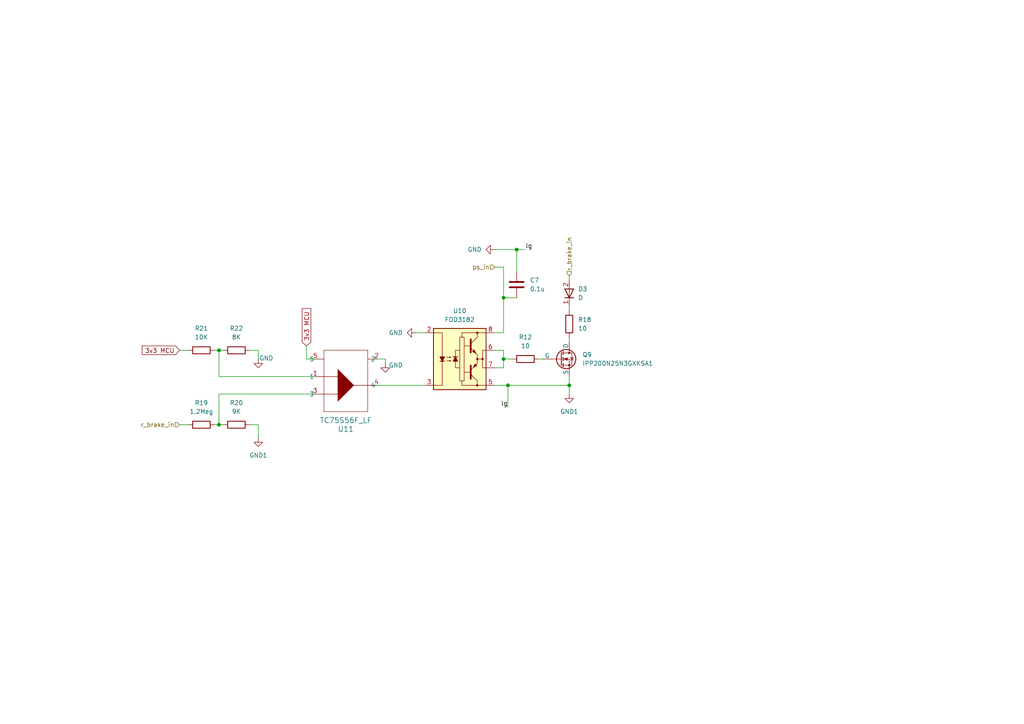
<source format=kicad_sch>
(kicad_sch
	(version 20250114)
	(generator "eeschema")
	(generator_version "9.0")
	(uuid "574d7a51-fad9-4994-b0a1-c1813ee80873")
	(paper "A4")
	(lib_symbols
		(symbol "Device:C"
			(pin_numbers
				(hide yes)
			)
			(pin_names
				(offset 0.254)
			)
			(exclude_from_sim no)
			(in_bom yes)
			(on_board yes)
			(property "Reference" "C"
				(at 0.635 2.54 0)
				(effects
					(font
						(size 1.27 1.27)
					)
					(justify left)
				)
			)
			(property "Value" "C"
				(at 0.635 -2.54 0)
				(effects
					(font
						(size 1.27 1.27)
					)
					(justify left)
				)
			)
			(property "Footprint" ""
				(at 0.9652 -3.81 0)
				(effects
					(font
						(size 1.27 1.27)
					)
					(hide yes)
				)
			)
			(property "Datasheet" "~"
				(at 0 0 0)
				(effects
					(font
						(size 1.27 1.27)
					)
					(hide yes)
				)
			)
			(property "Description" "Unpolarized capacitor"
				(at 0 0 0)
				(effects
					(font
						(size 1.27 1.27)
					)
					(hide yes)
				)
			)
			(property "ki_keywords" "cap capacitor"
				(at 0 0 0)
				(effects
					(font
						(size 1.27 1.27)
					)
					(hide yes)
				)
			)
			(property "ki_fp_filters" "C_*"
				(at 0 0 0)
				(effects
					(font
						(size 1.27 1.27)
					)
					(hide yes)
				)
			)
			(symbol "C_0_1"
				(polyline
					(pts
						(xy -2.032 0.762) (xy 2.032 0.762)
					)
					(stroke
						(width 0.508)
						(type default)
					)
					(fill
						(type none)
					)
				)
				(polyline
					(pts
						(xy -2.032 -0.762) (xy 2.032 -0.762)
					)
					(stroke
						(width 0.508)
						(type default)
					)
					(fill
						(type none)
					)
				)
			)
			(symbol "C_1_1"
				(pin passive line
					(at 0 3.81 270)
					(length 2.794)
					(name "~"
						(effects
							(font
								(size 1.27 1.27)
							)
						)
					)
					(number "1"
						(effects
							(font
								(size 1.27 1.27)
							)
						)
					)
				)
				(pin passive line
					(at 0 -3.81 90)
					(length 2.794)
					(name "~"
						(effects
							(font
								(size 1.27 1.27)
							)
						)
					)
					(number "2"
						(effects
							(font
								(size 1.27 1.27)
							)
						)
					)
				)
			)
			(embedded_fonts no)
		)
		(symbol "Device:R"
			(pin_numbers
				(hide yes)
			)
			(pin_names
				(offset 0)
			)
			(exclude_from_sim no)
			(in_bom yes)
			(on_board yes)
			(property "Reference" "R"
				(at 2.032 0 90)
				(effects
					(font
						(size 1.27 1.27)
					)
				)
			)
			(property "Value" "R"
				(at 0 0 90)
				(effects
					(font
						(size 1.27 1.27)
					)
				)
			)
			(property "Footprint" ""
				(at -1.778 0 90)
				(effects
					(font
						(size 1.27 1.27)
					)
					(hide yes)
				)
			)
			(property "Datasheet" "~"
				(at 0 0 0)
				(effects
					(font
						(size 1.27 1.27)
					)
					(hide yes)
				)
			)
			(property "Description" "Resistor"
				(at 0 0 0)
				(effects
					(font
						(size 1.27 1.27)
					)
					(hide yes)
				)
			)
			(property "ki_keywords" "R res resistor"
				(at 0 0 0)
				(effects
					(font
						(size 1.27 1.27)
					)
					(hide yes)
				)
			)
			(property "ki_fp_filters" "R_*"
				(at 0 0 0)
				(effects
					(font
						(size 1.27 1.27)
					)
					(hide yes)
				)
			)
			(symbol "R_0_1"
				(rectangle
					(start -1.016 -2.54)
					(end 1.016 2.54)
					(stroke
						(width 0.254)
						(type default)
					)
					(fill
						(type none)
					)
				)
			)
			(symbol "R_1_1"
				(pin passive line
					(at 0 3.81 270)
					(length 1.27)
					(name "~"
						(effects
							(font
								(size 1.27 1.27)
							)
						)
					)
					(number "1"
						(effects
							(font
								(size 1.27 1.27)
							)
						)
					)
				)
				(pin passive line
					(at 0 -3.81 90)
					(length 1.27)
					(name "~"
						(effects
							(font
								(size 1.27 1.27)
							)
						)
					)
					(number "2"
						(effects
							(font
								(size 1.27 1.27)
							)
						)
					)
				)
			)
			(embedded_fonts no)
		)
		(symbol "Driver_FET:TLP250"
			(pin_names
				(hide yes)
			)
			(exclude_from_sim no)
			(in_bom yes)
			(on_board yes)
			(property "Reference" "U"
				(at 0 12.7 0)
				(effects
					(font
						(size 1.27 1.27)
					)
				)
			)
			(property "Value" "TLP250"
				(at 0 10.16 0)
				(effects
					(font
						(size 1.27 1.27)
					)
				)
			)
			(property "Footprint" "Package_DIP:DIP-8_W7.62mm"
				(at 0 -10.16 0)
				(effects
					(font
						(size 1.27 1.27)
						(italic yes)
					)
					(hide yes)
				)
			)
			(property "Datasheet" "http://toshiba.semicon-storage.com/info/docget.jsp?did=16821&prodName=TLP250"
				(at -2.286 0.127 0)
				(effects
					(font
						(size 1.27 1.27)
					)
					(justify left)
					(hide yes)
				)
			)
			(property "Description" "Gate Drive Optocoupler, Output Current 1.5/1.5A, DIP-8"
				(at 0 0 0)
				(effects
					(font
						(size 1.27 1.27)
					)
					(hide yes)
				)
			)
			(property "ki_keywords" "MOSFET Driver IGBT Driver Optocoupler"
				(at 0 0 0)
				(effects
					(font
						(size 1.27 1.27)
					)
					(hide yes)
				)
			)
			(property "ki_fp_filters" "DIP*W7.62mm*"
				(at 0 0 0)
				(effects
					(font
						(size 1.27 1.27)
					)
					(hide yes)
				)
			)
			(symbol "TLP250_0_1"
				(rectangle
					(start -7.62 8.89)
					(end 7.62 -8.89)
					(stroke
						(width 0.254)
						(type default)
					)
					(fill
						(type background)
					)
				)
				(polyline
					(pts
						(xy -7.62 7.62) (xy -5.08 7.62) (xy -5.08 -7.62) (xy -7.62 -7.62)
					)
					(stroke
						(width 0)
						(type default)
					)
					(fill
						(type none)
					)
				)
				(polyline
					(pts
						(xy -5.715 -0.635) (xy -4.445 -0.635)
					)
					(stroke
						(width 0.254)
						(type default)
					)
					(fill
						(type none)
					)
				)
				(polyline
					(pts
						(xy -5.08 -0.635) (xy -5.715 0.635) (xy -4.445 0.635) (xy -5.08 -0.635)
					)
					(stroke
						(width 0.254)
						(type default)
					)
					(fill
						(type outline)
					)
				)
				(polyline
					(pts
						(xy -3.81 0.508) (xy -2.54 0.508) (xy -2.921 0.381) (xy -2.921 0.635) (xy -2.54 0.508)
					)
					(stroke
						(width 0)
						(type default)
					)
					(fill
						(type none)
					)
				)
				(polyline
					(pts
						(xy -3.81 -0.508) (xy -2.54 -0.508) (xy -2.921 -0.635) (xy -2.921 -0.381) (xy -2.54 -0.508)
					)
					(stroke
						(width 0)
						(type default)
					)
					(fill
						(type none)
					)
				)
				(polyline
					(pts
						(xy -1.27 0.635) (xy -1.27 2.54) (xy 0 2.54)
					)
					(stroke
						(width 0)
						(type default)
					)
					(fill
						(type none)
					)
				)
				(polyline
					(pts
						(xy -1.27 0.635) (xy -0.635 -0.635) (xy -1.905 -0.635) (xy -1.27 0.635)
					)
					(stroke
						(width 0.254)
						(type default)
					)
					(fill
						(type outline)
					)
				)
				(polyline
					(pts
						(xy -1.27 -0.635) (xy -1.27 -2.54) (xy 0 -2.54)
					)
					(stroke
						(width 0)
						(type default)
					)
					(fill
						(type none)
					)
				)
				(polyline
					(pts
						(xy -0.635 0.635) (xy -1.905 0.635)
					)
					(stroke
						(width 0.254)
						(type default)
					)
					(fill
						(type none)
					)
				)
				(rectangle
					(start 0.635 6.35)
					(end 0.635 7.62)
					(stroke
						(width 0)
						(type default)
					)
					(fill
						(type none)
					)
				)
				(rectangle
					(start 0.635 6.35)
					(end 0.635 6.35)
					(stroke
						(width 0)
						(type default)
					)
					(fill
						(type none)
					)
				)
				(polyline
					(pts
						(xy 0.635 -6.35) (xy 0.635 -7.62) (xy 7.62 -7.62)
					)
					(stroke
						(width 0)
						(type default)
					)
					(fill
						(type none)
					)
				)
				(polyline
					(pts
						(xy 1.27 6.35) (xy 1.27 -6.35) (xy 0 -6.35) (xy 0 6.35) (xy 1.27 6.35)
					)
					(stroke
						(width 0)
						(type default)
					)
					(fill
						(type none)
					)
				)
				(polyline
					(pts
						(xy 3.048 3.81) (xy 1.27 3.81)
					)
					(stroke
						(width 0)
						(type default)
					)
					(fill
						(type none)
					)
				)
				(polyline
					(pts
						(xy 3.048 -3.81) (xy 1.27 -3.81)
					)
					(stroke
						(width 0)
						(type default)
					)
					(fill
						(type none)
					)
				)
				(polyline
					(pts
						(xy 3.175 5.715) (xy 3.175 1.905) (xy 3.175 1.905)
					)
					(stroke
						(width 0.508)
						(type default)
					)
					(fill
						(type none)
					)
				)
				(polyline
					(pts
						(xy 3.175 4.445) (xy 5.08 6.35)
					)
					(stroke
						(width 0)
						(type default)
					)
					(fill
						(type none)
					)
				)
				(polyline
					(pts
						(xy 3.175 -4.445) (xy 5.08 -6.35)
					)
					(stroke
						(width 0)
						(type default)
					)
					(fill
						(type none)
					)
				)
				(polyline
					(pts
						(xy 3.175 -5.715) (xy 3.175 -1.905) (xy 3.175 -1.905)
					)
					(stroke
						(width 0.508)
						(type default)
					)
					(fill
						(type none)
					)
				)
				(polyline
					(pts
						(xy 3.683 2.159) (xy 4.191 2.667) (xy 4.699 1.651) (xy 3.683 2.159) (xy 3.683 2.159)
					)
					(stroke
						(width 0)
						(type default)
					)
					(fill
						(type outline)
					)
				)
				(polyline
					(pts
						(xy 4.953 -1.905) (xy 4.445 -1.397) (xy 3.937 -2.413) (xy 4.953 -1.905) (xy 4.953 -1.905)
					)
					(stroke
						(width 0)
						(type default)
					)
					(fill
						(type outline)
					)
				)
				(circle
					(center 5.08 7.62)
					(radius 0.254)
					(stroke
						(width 0)
						(type default)
					)
					(fill
						(type outline)
					)
				)
				(polyline
					(pts
						(xy 5.08 6.35) (xy 5.08 7.62)
					)
					(stroke
						(width 0)
						(type default)
					)
					(fill
						(type none)
					)
				)
				(polyline
					(pts
						(xy 5.08 1.27) (xy 3.175 3.175)
					)
					(stroke
						(width 0)
						(type default)
					)
					(fill
						(type outline)
					)
				)
				(rectangle
					(start 5.08 1.27)
					(end 5.08 -1.27)
					(stroke
						(width 0)
						(type default)
					)
					(fill
						(type none)
					)
				)
				(polyline
					(pts
						(xy 5.08 0) (xy 6.604 0)
					)
					(stroke
						(width 0)
						(type default)
					)
					(fill
						(type none)
					)
				)
				(circle
					(center 5.08 0)
					(radius 0.254)
					(stroke
						(width 0)
						(type default)
					)
					(fill
						(type outline)
					)
				)
				(polyline
					(pts
						(xy 5.08 -1.27) (xy 3.175 -3.175)
					)
					(stroke
						(width 0)
						(type default)
					)
					(fill
						(type outline)
					)
				)
				(polyline
					(pts
						(xy 5.08 -6.35) (xy 5.08 -7.62)
					)
					(stroke
						(width 0)
						(type default)
					)
					(fill
						(type none)
					)
				)
				(circle
					(center 5.08 -7.62)
					(radius 0.254)
					(stroke
						(width 0)
						(type default)
					)
					(fill
						(type outline)
					)
				)
				(circle
					(center 6.604 0)
					(radius 0.254)
					(stroke
						(width 0)
						(type default)
					)
					(fill
						(type outline)
					)
				)
				(polyline
					(pts
						(xy 7.62 7.62) (xy 0.635 7.62)
					)
					(stroke
						(width 0)
						(type default)
					)
					(fill
						(type none)
					)
				)
				(polyline
					(pts
						(xy 7.62 2.54) (xy 6.604 2.54) (xy 6.604 -2.54) (xy 7.62 -2.54)
					)
					(stroke
						(width 0)
						(type default)
					)
					(fill
						(type none)
					)
				)
			)
			(symbol "TLP250_1_1"
				(pin passive line
					(at -10.16 7.62 0)
					(length 2.54)
					(name "A"
						(effects
							(font
								(size 1.27 1.27)
							)
						)
					)
					(number "2"
						(effects
							(font
								(size 1.27 1.27)
							)
						)
					)
				)
				(pin passive line
					(at -10.16 -7.62 0)
					(length 2.54)
					(name "C"
						(effects
							(font
								(size 1.27 1.27)
							)
						)
					)
					(number "3"
						(effects
							(font
								(size 1.27 1.27)
							)
						)
					)
				)
				(pin no_connect line
					(at -7.62 2.54 0)
					(length 2.54)
					(hide yes)
					(name "NC"
						(effects
							(font
								(size 1.27 1.27)
							)
						)
					)
					(number "1"
						(effects
							(font
								(size 1.27 1.27)
							)
						)
					)
				)
				(pin no_connect line
					(at -7.62 -2.54 0)
					(length 2.54)
					(hide yes)
					(name "NC"
						(effects
							(font
								(size 1.27 1.27)
							)
						)
					)
					(number "4"
						(effects
							(font
								(size 1.27 1.27)
							)
						)
					)
				)
				(pin power_in line
					(at 10.16 7.62 180)
					(length 2.54)
					(name "VCC"
						(effects
							(font
								(size 1.27 1.27)
							)
						)
					)
					(number "8"
						(effects
							(font
								(size 1.27 1.27)
							)
						)
					)
				)
				(pin output line
					(at 10.16 2.54 180)
					(length 2.54)
					(name "VO"
						(effects
							(font
								(size 1.27 1.27)
							)
						)
					)
					(number "6"
						(effects
							(font
								(size 1.27 1.27)
							)
						)
					)
				)
				(pin output line
					(at 10.16 -2.54 180)
					(length 2.54)
					(name "VO"
						(effects
							(font
								(size 1.27 1.27)
							)
						)
					)
					(number "7"
						(effects
							(font
								(size 1.27 1.27)
							)
						)
					)
				)
				(pin power_in line
					(at 10.16 -7.62 180)
					(length 2.54)
					(name "VEE"
						(effects
							(font
								(size 1.27 1.27)
							)
						)
					)
					(number "5"
						(effects
							(font
								(size 1.27 1.27)
							)
						)
					)
				)
			)
			(embedded_fonts no)
		)
		(symbol "Simulation_SPICE:D"
			(pin_names
				(offset 1.016)
				(hide yes)
			)
			(exclude_from_sim no)
			(in_bom yes)
			(on_board yes)
			(property "Reference" "D"
				(at 0 2.54 0)
				(effects
					(font
						(size 1.27 1.27)
					)
				)
			)
			(property "Value" "D"
				(at 0 -2.54 0)
				(effects
					(font
						(size 1.27 1.27)
					)
				)
			)
			(property "Footprint" ""
				(at 0 0 0)
				(effects
					(font
						(size 1.27 1.27)
					)
					(hide yes)
				)
			)
			(property "Datasheet" "https://ngspice.sourceforge.io/docs/ngspice-html-manual/manual.xhtml#cha_DIODEs"
				(at 0 0 0)
				(effects
					(font
						(size 1.27 1.27)
					)
					(hide yes)
				)
			)
			(property "Description" "Diode for simulation or PCB"
				(at 0 0 0)
				(effects
					(font
						(size 1.27 1.27)
					)
					(hide yes)
				)
			)
			(property "Sim.Device" "D"
				(at 0 0 0)
				(effects
					(font
						(size 1.27 1.27)
					)
					(hide yes)
				)
			)
			(property "Sim.Pins" "1=K 2=A"
				(at 0 0 0)
				(effects
					(font
						(size 1.27 1.27)
					)
					(hide yes)
				)
			)
			(property "Sim.Params" "rs=50m cjo=10p"
				(at 0 0 0)
				(effects
					(font
						(size 1.27 1.27)
					)
					(hide yes)
				)
			)
			(property "ki_keywords" "simulation"
				(at 0 0 0)
				(effects
					(font
						(size 1.27 1.27)
					)
					(hide yes)
				)
			)
			(property "ki_fp_filters" "TO-???* *_Diode_* *SingleDiode* D_*"
				(at 0 0 0)
				(effects
					(font
						(size 1.27 1.27)
					)
					(hide yes)
				)
			)
			(symbol "D_0_1"
				(polyline
					(pts
						(xy -1.27 1.27) (xy -1.27 -1.27)
					)
					(stroke
						(width 0.254)
						(type default)
					)
					(fill
						(type none)
					)
				)
				(polyline
					(pts
						(xy 1.27 1.27) (xy 1.27 -1.27) (xy -1.27 0) (xy 1.27 1.27)
					)
					(stroke
						(width 0.254)
						(type default)
					)
					(fill
						(type none)
					)
				)
				(polyline
					(pts
						(xy 1.27 0) (xy -1.27 0)
					)
					(stroke
						(width 0)
						(type default)
					)
					(fill
						(type none)
					)
				)
			)
			(symbol "D_1_1"
				(pin passive line
					(at -3.81 0 0)
					(length 2.54)
					(name "K"
						(effects
							(font
								(size 1.27 1.27)
							)
						)
					)
					(number "1"
						(effects
							(font
								(size 1.27 1.27)
							)
						)
					)
				)
				(pin passive line
					(at 3.81 0 180)
					(length 2.54)
					(name "A"
						(effects
							(font
								(size 1.27 1.27)
							)
						)
					)
					(number "2"
						(effects
							(font
								(size 1.27 1.27)
							)
						)
					)
				)
			)
			(embedded_fonts no)
		)
		(symbol "Simulation_SPICE:NMOS"
			(pin_numbers
				(hide yes)
			)
			(pin_names
				(offset 0)
			)
			(exclude_from_sim no)
			(in_bom yes)
			(on_board yes)
			(property "Reference" "Q"
				(at 5.08 1.27 0)
				(effects
					(font
						(size 1.27 1.27)
					)
					(justify left)
				)
			)
			(property "Value" "NMOS"
				(at 5.08 -1.27 0)
				(effects
					(font
						(size 1.27 1.27)
					)
					(justify left)
				)
			)
			(property "Footprint" ""
				(at 5.08 2.54 0)
				(effects
					(font
						(size 1.27 1.27)
					)
					(hide yes)
				)
			)
			(property "Datasheet" "https://ngspice.sourceforge.io/docs/ngspice-html-manual/manual.xhtml#cha_MOSFETs"
				(at 0 -12.7 0)
				(effects
					(font
						(size 1.27 1.27)
					)
					(hide yes)
				)
			)
			(property "Description" "N-MOSFET transistor, drain/source/gate"
				(at 0 0 0)
				(effects
					(font
						(size 1.27 1.27)
					)
					(hide yes)
				)
			)
			(property "Sim.Device" "NMOS"
				(at 0 -17.145 0)
				(effects
					(font
						(size 1.27 1.27)
					)
					(hide yes)
				)
			)
			(property "Sim.Type" "VDMOS"
				(at 0 -19.05 0)
				(effects
					(font
						(size 1.27 1.27)
					)
					(hide yes)
				)
			)
			(property "Sim.Pins" "1=D 2=G 3=S"
				(at 0 -15.24 0)
				(effects
					(font
						(size 1.27 1.27)
					)
					(hide yes)
				)
			)
			(property "ki_keywords" "transistor NMOS N-MOS N-MOSFET simulation"
				(at 0 0 0)
				(effects
					(font
						(size 1.27 1.27)
					)
					(hide yes)
				)
			)
			(symbol "NMOS_0_1"
				(polyline
					(pts
						(xy 0.254 1.905) (xy 0.254 -1.905)
					)
					(stroke
						(width 0.254)
						(type default)
					)
					(fill
						(type none)
					)
				)
				(polyline
					(pts
						(xy 0.254 0) (xy -2.54 0)
					)
					(stroke
						(width 0)
						(type default)
					)
					(fill
						(type none)
					)
				)
				(polyline
					(pts
						(xy 0.762 2.286) (xy 0.762 1.27)
					)
					(stroke
						(width 0.254)
						(type default)
					)
					(fill
						(type none)
					)
				)
				(polyline
					(pts
						(xy 0.762 0.508) (xy 0.762 -0.508)
					)
					(stroke
						(width 0.254)
						(type default)
					)
					(fill
						(type none)
					)
				)
				(polyline
					(pts
						(xy 0.762 -1.27) (xy 0.762 -2.286)
					)
					(stroke
						(width 0.254)
						(type default)
					)
					(fill
						(type none)
					)
				)
				(polyline
					(pts
						(xy 0.762 -1.778) (xy 3.302 -1.778) (xy 3.302 1.778) (xy 0.762 1.778)
					)
					(stroke
						(width 0)
						(type default)
					)
					(fill
						(type none)
					)
				)
				(polyline
					(pts
						(xy 1.016 0) (xy 2.032 0.381) (xy 2.032 -0.381) (xy 1.016 0)
					)
					(stroke
						(width 0)
						(type default)
					)
					(fill
						(type outline)
					)
				)
				(circle
					(center 1.651 0)
					(radius 2.794)
					(stroke
						(width 0.254)
						(type default)
					)
					(fill
						(type none)
					)
				)
				(polyline
					(pts
						(xy 2.54 2.54) (xy 2.54 1.778)
					)
					(stroke
						(width 0)
						(type default)
					)
					(fill
						(type none)
					)
				)
				(circle
					(center 2.54 1.778)
					(radius 0.254)
					(stroke
						(width 0)
						(type default)
					)
					(fill
						(type outline)
					)
				)
				(circle
					(center 2.54 -1.778)
					(radius 0.254)
					(stroke
						(width 0)
						(type default)
					)
					(fill
						(type outline)
					)
				)
				(polyline
					(pts
						(xy 2.54 -2.54) (xy 2.54 0) (xy 0.762 0)
					)
					(stroke
						(width 0)
						(type default)
					)
					(fill
						(type none)
					)
				)
				(polyline
					(pts
						(xy 2.794 0.508) (xy 2.921 0.381) (xy 3.683 0.381) (xy 3.81 0.254)
					)
					(stroke
						(width 0)
						(type default)
					)
					(fill
						(type none)
					)
				)
				(polyline
					(pts
						(xy 3.302 0.381) (xy 2.921 -0.254) (xy 3.683 -0.254) (xy 3.302 0.381)
					)
					(stroke
						(width 0)
						(type default)
					)
					(fill
						(type none)
					)
				)
			)
			(symbol "NMOS_1_1"
				(pin input line
					(at -5.08 0 0)
					(length 2.54)
					(name "G"
						(effects
							(font
								(size 1.27 1.27)
							)
						)
					)
					(number "2"
						(effects
							(font
								(size 1.27 1.27)
							)
						)
					)
				)
				(pin passive line
					(at 2.54 5.08 270)
					(length 2.54)
					(name "D"
						(effects
							(font
								(size 1.27 1.27)
							)
						)
					)
					(number "1"
						(effects
							(font
								(size 1.27 1.27)
							)
						)
					)
				)
				(pin passive line
					(at 2.54 -5.08 90)
					(length 2.54)
					(name "S"
						(effects
							(font
								(size 1.27 1.27)
							)
						)
					)
					(number "3"
						(effects
							(font
								(size 1.27 1.27)
							)
						)
					)
				)
			)
			(embedded_fonts no)
		)
		(symbol "Treadmill_Comp:TC75S56F_LF"
			(pin_names
				(offset 0.254)
			)
			(exclude_from_sim no)
			(in_bom yes)
			(on_board yes)
			(property "Reference" "U"
				(at 0 0 0)
				(effects
					(font
						(size 1.524 1.524)
					)
				)
			)
			(property "Value" "TC75S56F_LF"
				(at 0 0 0)
				(effects
					(font
						(size 1.524 1.524)
					)
				)
			)
			(property "Footprint" "Treadmill_Feet:SOT-25   SMV_TOS"
				(at 0 0 0)
				(effects
					(font
						(size 1.27 1.27)
						(italic yes)
					)
					(hide yes)
				)
			)
			(property "Datasheet" "https://toshiba.semicon-storage.com/info/docget.jsp?did=20994&prodName=TC75S56F"
				(at 0 0 0)
				(effects
					(font
						(size 1.27 1.27)
						(italic yes)
					)
					(hide yes)
				)
			)
			(property "Description" ""
				(at 0 0 0)
				(effects
					(font
						(size 1.27 1.27)
					)
					(hide yes)
				)
			)
			(property "ki_keywords" "TC75S56F,LF"
				(at 0 0 0)
				(effects
					(font
						(size 1.27 1.27)
					)
					(hide yes)
				)
			)
			(property "ki_fp_filters" "SOT-25 SMV_TOS"
				(at 0 0 0)
				(effects
					(font
						(size 1.27 1.27)
					)
					(hide yes)
				)
			)
			(symbol "TC75S56F_LF_0_1"
				(polyline
					(pts
						(xy -2.54 -5.08) (xy 0 -5.08)
					)
					(stroke
						(width 0)
						(type default)
					)
					(fill
						(type none)
					)
				)
				(polyline
					(pts
						(xy -2.54 -10.16) (xy 0 -10.16)
					)
					(stroke
						(width 0)
						(type default)
					)
					(fill
						(type none)
					)
				)
				(polyline
					(pts
						(xy -2.54 -15.24) (xy 0 -15.24)
					)
					(stroke
						(width 0)
						(type default)
					)
					(fill
						(type none)
					)
				)
				(polyline
					(pts
						(xy 0 0) (xy 12.7 0)
					)
					(stroke
						(width 0.127)
						(type default)
					)
					(fill
						(type none)
					)
				)
				(polyline
					(pts
						(xy 0 -10.16) (xy 4.064 -10.16)
					)
					(stroke
						(width 0)
						(type default)
					)
					(fill
						(type none)
					)
				)
				(polyline
					(pts
						(xy 0 -17.78) (xy 0 0)
					)
					(stroke
						(width 0.127)
						(type default)
					)
					(fill
						(type none)
					)
				)
				(polyline
					(pts
						(xy 4.064 -3.048) (xy 4.064 -12.192) (xy 8.636 -7.62) (xy 4.064 -3.048)
					)
					(stroke
						(width 0)
						(type default)
					)
					(fill
						(type outline)
					)
				)
				(polyline
					(pts
						(xy 4.064 -5.08) (xy 0 -5.08)
					)
					(stroke
						(width 0)
						(type default)
					)
					(fill
						(type none)
					)
				)
				(polyline
					(pts
						(xy 4.572 -5.08) (xy 5.08 -5.08)
					)
					(stroke
						(width 0)
						(type default)
					)
					(fill
						(type none)
					)
				)
				(polyline
					(pts
						(xy 4.572 -10.16) (xy 5.08 -10.16)
					)
					(stroke
						(width 0)
						(type default)
					)
					(fill
						(type none)
					)
				)
				(polyline
					(pts
						(xy 4.826 -5.334) (xy 4.826 -4.826)
					)
					(stroke
						(width 0)
						(type default)
					)
					(fill
						(type none)
					)
				)
				(polyline
					(pts
						(xy 8.636 -7.62) (xy 12.7 -7.62)
					)
					(stroke
						(width 0)
						(type default)
					)
					(fill
						(type none)
					)
				)
				(polyline
					(pts
						(xy 12.7 0) (xy 12.7 -17.78)
					)
					(stroke
						(width 0.127)
						(type default)
					)
					(fill
						(type none)
					)
				)
				(polyline
					(pts
						(xy 12.7 -17.78) (xy 0 -17.78)
					)
					(stroke
						(width 0.127)
						(type default)
					)
					(fill
						(type none)
					)
				)
				(polyline
					(pts
						(xy 15.24 -7.62) (xy 12.7 -7.62)
					)
					(stroke
						(width 0)
						(type default)
					)
					(fill
						(type none)
					)
				)
				(polyline
					(pts
						(xy 15.24 -15.24) (xy 12.7 -15.24)
					)
					(stroke
						(width 0)
						(type default)
					)
					(fill
						(type none)
					)
				)
				(pin unspecified line
					(at -2.5146 -5.08 180)
					(length 0.0254)
					(name "3"
						(effects
							(font
								(size 1.27 1.27)
							)
						)
					)
					(number "3"
						(effects
							(font
								(size 1.27 1.27)
							)
						)
					)
				)
				(pin unspecified line
					(at -2.5146 -10.16 180)
					(length 0.0254)
					(name "1"
						(effects
							(font
								(size 1.27 1.27)
							)
						)
					)
					(number "1"
						(effects
							(font
								(size 1.27 1.27)
							)
						)
					)
				)
				(pin unspecified line
					(at -2.5146 -15.24 180)
					(length 0.0254)
					(name "5"
						(effects
							(font
								(size 1.27 1.27)
							)
						)
					)
					(number "5"
						(effects
							(font
								(size 1.27 1.27)
							)
						)
					)
				)
				(pin unspecified line
					(at 15.2654 -7.62 180)
					(length 0.0254)
					(name "4"
						(effects
							(font
								(size 1.27 1.27)
							)
						)
					)
					(number "4"
						(effects
							(font
								(size 1.27 1.27)
							)
						)
					)
				)
				(pin unspecified line
					(at 15.2654 -15.24 180)
					(length 0.0254)
					(name "2"
						(effects
							(font
								(size 1.27 1.27)
							)
						)
					)
					(number "2"
						(effects
							(font
								(size 1.27 1.27)
							)
						)
					)
				)
			)
			(embedded_fonts no)
		)
		(symbol "power:GND"
			(power)
			(pin_numbers
				(hide yes)
			)
			(pin_names
				(offset 0)
				(hide yes)
			)
			(exclude_from_sim no)
			(in_bom yes)
			(on_board yes)
			(property "Reference" "#PWR"
				(at 0 -6.35 0)
				(effects
					(font
						(size 1.27 1.27)
					)
					(hide yes)
				)
			)
			(property "Value" "GND"
				(at 0 -3.81 0)
				(effects
					(font
						(size 1.27 1.27)
					)
				)
			)
			(property "Footprint" ""
				(at 0 0 0)
				(effects
					(font
						(size 1.27 1.27)
					)
					(hide yes)
				)
			)
			(property "Datasheet" ""
				(at 0 0 0)
				(effects
					(font
						(size 1.27 1.27)
					)
					(hide yes)
				)
			)
			(property "Description" "Power symbol creates a global label with name \"GND\" , ground"
				(at 0 0 0)
				(effects
					(font
						(size 1.27 1.27)
					)
					(hide yes)
				)
			)
			(property "ki_keywords" "global power"
				(at 0 0 0)
				(effects
					(font
						(size 1.27 1.27)
					)
					(hide yes)
				)
			)
			(symbol "GND_0_1"
				(polyline
					(pts
						(xy 0 0) (xy 0 -1.27) (xy 1.27 -1.27) (xy 0 -2.54) (xy -1.27 -1.27) (xy 0 -1.27)
					)
					(stroke
						(width 0)
						(type default)
					)
					(fill
						(type none)
					)
				)
			)
			(symbol "GND_1_1"
				(pin power_in line
					(at 0 0 270)
					(length 0)
					(name "~"
						(effects
							(font
								(size 1.27 1.27)
							)
						)
					)
					(number "1"
						(effects
							(font
								(size 1.27 1.27)
							)
						)
					)
				)
			)
			(embedded_fonts no)
		)
		(symbol "power:GND1"
			(power)
			(pin_numbers
				(hide yes)
			)
			(pin_names
				(offset 0)
				(hide yes)
			)
			(exclude_from_sim no)
			(in_bom yes)
			(on_board yes)
			(property "Reference" "#PWR"
				(at 0 -6.35 0)
				(effects
					(font
						(size 1.27 1.27)
					)
					(hide yes)
				)
			)
			(property "Value" "GND1"
				(at 0 -3.81 0)
				(effects
					(font
						(size 1.27 1.27)
					)
				)
			)
			(property "Footprint" ""
				(at 0 0 0)
				(effects
					(font
						(size 1.27 1.27)
					)
					(hide yes)
				)
			)
			(property "Datasheet" ""
				(at 0 0 0)
				(effects
					(font
						(size 1.27 1.27)
					)
					(hide yes)
				)
			)
			(property "Description" "Power symbol creates a global label with name \"GND1\" , ground"
				(at 0 0 0)
				(effects
					(font
						(size 1.27 1.27)
					)
					(hide yes)
				)
			)
			(property "ki_keywords" "global power"
				(at 0 0 0)
				(effects
					(font
						(size 1.27 1.27)
					)
					(hide yes)
				)
			)
			(symbol "GND1_0_1"
				(polyline
					(pts
						(xy 0 0) (xy 0 -1.27) (xy 1.27 -1.27) (xy 0 -2.54) (xy -1.27 -1.27) (xy 0 -1.27)
					)
					(stroke
						(width 0)
						(type default)
					)
					(fill
						(type none)
					)
				)
			)
			(symbol "GND1_1_1"
				(pin power_in line
					(at 0 0 270)
					(length 0)
					(name "~"
						(effects
							(font
								(size 1.27 1.27)
							)
						)
					)
					(number "1"
						(effects
							(font
								(size 1.27 1.27)
							)
						)
					)
				)
			)
			(embedded_fonts no)
		)
	)
	(junction
		(at 63.5254 101.6)
		(diameter 0)
		(color 0 0 0 0)
		(uuid "0817fc98-577f-4618-994c-bfb5ee2ed380")
	)
	(junction
		(at 149.86 72.39)
		(diameter 0)
		(color 0 0 0 0)
		(uuid "99c25fde-e368-4b36-81fb-966d89e9caa4")
	)
	(junction
		(at 165.1 111.76)
		(diameter 0)
		(color 0 0 0 0)
		(uuid "a3fec145-e0c3-49b4-88d3-c58cf5f25354")
	)
	(junction
		(at 146.05 86.36)
		(diameter 0)
		(color 0 0 0 0)
		(uuid "aaba8d10-ce03-414d-b43a-2a98353085a7")
	)
	(junction
		(at 147.32 111.76)
		(diameter 0)
		(color 0 0 0 0)
		(uuid "acf541ee-1119-4b44-821e-4d47167f7383")
	)
	(junction
		(at 63.5 123.19)
		(diameter 0)
		(color 0 0 0 0)
		(uuid "ca4ea255-9a5e-4eb4-b3d9-efd99c5d7edc")
	)
	(junction
		(at 146.05 104.14)
		(diameter 0)
		(color 0 0 0 0)
		(uuid "e4d6828a-e852-4034-b6b1-8476b85b60dd")
	)
	(wire
		(pts
			(xy 147.32 111.76) (xy 147.32 118.11)
		)
		(stroke
			(width 0)
			(type default)
		)
		(uuid "0142a7cf-cae1-4313-9365-7dffec2d0bcd")
	)
	(wire
		(pts
			(xy 88.9 100.33) (xy 88.9 104.14)
		)
		(stroke
			(width 0)
			(type default)
		)
		(uuid "0e2fc67e-69e2-41a8-821b-1900253f4011")
	)
	(wire
		(pts
			(xy 146.05 86.36) (xy 149.86 86.36)
		)
		(stroke
			(width 0)
			(type default)
		)
		(uuid "15dfcd2f-6c0b-413a-9fa8-32bd2d344be5")
	)
	(wire
		(pts
			(xy 146.05 104.14) (xy 148.59 104.14)
		)
		(stroke
			(width 0)
			(type default)
		)
		(uuid "18d76299-6103-4d6e-a5d6-639931f47ee5")
	)
	(wire
		(pts
			(xy 146.05 86.36) (xy 146.05 96.52)
		)
		(stroke
			(width 0)
			(type default)
		)
		(uuid "1b01fb71-5ef1-4dfe-877f-aae60bdc795e")
	)
	(wire
		(pts
			(xy 147.32 111.76) (xy 165.1 111.76)
		)
		(stroke
			(width 0)
			(type default)
		)
		(uuid "1e4b2d39-6878-42fe-98d0-d688d8803e72")
	)
	(wire
		(pts
			(xy 72.39 123.19) (xy 74.93 123.19)
		)
		(stroke
			(width 0)
			(type default)
		)
		(uuid "1e8c76ab-e3f9-44a3-9e94-dc1110cafefc")
	)
	(wire
		(pts
			(xy 120.65 96.52) (xy 123.19 96.52)
		)
		(stroke
			(width 0)
			(type default)
		)
		(uuid "2fd6525c-665b-426f-9239-b625dd259cb6")
	)
	(wire
		(pts
			(xy 143.51 111.76) (xy 147.32 111.76)
		)
		(stroke
			(width 0)
			(type default)
		)
		(uuid "30006d7b-39e5-49c6-8745-9b1a5bda110a")
	)
	(wire
		(pts
			(xy 146.05 106.68) (xy 146.05 104.14)
		)
		(stroke
			(width 0)
			(type default)
		)
		(uuid "342bc8ea-4af0-4cef-9c36-67e12841e469")
	)
	(wire
		(pts
			(xy 146.05 101.6) (xy 146.05 104.14)
		)
		(stroke
			(width 0)
			(type default)
		)
		(uuid "35115a7e-e0eb-4ffa-b977-94d274f51659")
	)
	(wire
		(pts
			(xy 165.1 111.76) (xy 165.1 114.3)
		)
		(stroke
			(width 0)
			(type default)
		)
		(uuid "36d1d4bb-22e2-49ed-a45a-efc025ae8a3b")
	)
	(wire
		(pts
			(xy 156.21 104.14) (xy 157.48 104.14)
		)
		(stroke
			(width 0)
			(type default)
		)
		(uuid "3b23d27f-2a73-43a9-9193-f85d673e2662")
	)
	(wire
		(pts
			(xy 74.93 101.6) (xy 74.93 104.14)
		)
		(stroke
			(width 0)
			(type default)
		)
		(uuid "41a8a0d4-ae48-4392-8b76-f70478e548ad")
	)
	(wire
		(pts
			(xy 52.07 123.19) (xy 54.61 123.19)
		)
		(stroke
			(width 0)
			(type default)
		)
		(uuid "467e5040-aff2-44f7-8a36-b7dac973e2f2")
	)
	(wire
		(pts
			(xy 52.07 101.6) (xy 54.61 101.6)
		)
		(stroke
			(width 0)
			(type default)
		)
		(uuid "50f1d619-dfca-4570-9075-859eb338c592")
	)
	(wire
		(pts
			(xy 109.22 104.14) (xy 111.76 104.14)
		)
		(stroke
			(width 0)
			(type default)
		)
		(uuid "532004ae-c31f-41d6-88f0-7ecedb9c5f16")
	)
	(wire
		(pts
			(xy 143.51 72.39) (xy 149.86 72.39)
		)
		(stroke
			(width 0)
			(type default)
		)
		(uuid "550f6b4c-7e19-48cd-b09f-eeca20892bd0")
	)
	(wire
		(pts
			(xy 63.5 114.3) (xy 63.5 123.19)
		)
		(stroke
			(width 0)
			(type default)
		)
		(uuid "5a5dd25f-da06-45fa-9ea6-638aa5a49724")
	)
	(wire
		(pts
			(xy 143.51 106.68) (xy 146.05 106.68)
		)
		(stroke
			(width 0)
			(type default)
		)
		(uuid "741f58fd-a44d-4b7f-b4fb-a2f3d878b6c2")
	)
	(wire
		(pts
			(xy 143.51 101.6) (xy 146.05 101.6)
		)
		(stroke
			(width 0)
			(type default)
		)
		(uuid "745bca78-7815-4709-8164-5ca7689fa126")
	)
	(wire
		(pts
			(xy 88.9 104.14) (xy 91.44 104.14)
		)
		(stroke
			(width 0)
			(type default)
		)
		(uuid "74fa0aeb-b65a-4325-8896-ec1caff4847a")
	)
	(wire
		(pts
			(xy 109.22 111.76) (xy 123.19 111.76)
		)
		(stroke
			(width 0)
			(type default)
		)
		(uuid "7b72cbbe-1139-4619-b6cf-db1f73c56c12")
	)
	(wire
		(pts
			(xy 62.23 101.6) (xy 63.5254 101.6)
		)
		(stroke
			(width 0)
			(type default)
		)
		(uuid "7dc26eaf-f91d-4686-ae94-a641cf6d4daa")
	)
	(wire
		(pts
			(xy 63.5254 109.22) (xy 63.5254 101.6)
		)
		(stroke
			(width 0)
			(type default)
		)
		(uuid "80251e00-6399-4fc9-8814-3d3d6e58f355")
	)
	(wire
		(pts
			(xy 149.86 72.39) (xy 149.86 78.74)
		)
		(stroke
			(width 0)
			(type default)
		)
		(uuid "82089d38-ec36-4ec8-901a-279952be210a")
	)
	(wire
		(pts
			(xy 62.23 123.19) (xy 63.5 123.19)
		)
		(stroke
			(width 0)
			(type default)
		)
		(uuid "88e19dcd-ea38-4bb4-8f32-dc01a3c8fd79")
	)
	(wire
		(pts
			(xy 74.93 123.19) (xy 74.93 127)
		)
		(stroke
			(width 0)
			(type default)
		)
		(uuid "8dd14103-b11f-435e-896a-019e31d45a9d")
	)
	(wire
		(pts
			(xy 111.76 104.14) (xy 111.76 105.41)
		)
		(stroke
			(width 0)
			(type default)
		)
		(uuid "933b3ba9-5c9a-4d8d-9d7c-4434eee4c163")
	)
	(wire
		(pts
			(xy 165.1 88.9) (xy 165.1 90.17)
		)
		(stroke
			(width 0)
			(type default)
		)
		(uuid "9cfdb118-44d6-411a-8a50-e746162f57a8")
	)
	(wire
		(pts
			(xy 165.1 80.01) (xy 165.1 81.28)
		)
		(stroke
			(width 0)
			(type default)
		)
		(uuid "b16dc3e6-ab0f-4c04-8d9b-7507de388033")
	)
	(wire
		(pts
			(xy 91.44 109.22) (xy 63.5254 109.22)
		)
		(stroke
			(width 0)
			(type default)
		)
		(uuid "b660c85b-9ed1-416d-bdb2-fa57e0b3262e")
	)
	(wire
		(pts
			(xy 146.05 77.47) (xy 146.05 86.36)
		)
		(stroke
			(width 0)
			(type default)
		)
		(uuid "ba7a815f-f3b5-4bc7-8a23-82a1ac4a9f05")
	)
	(wire
		(pts
			(xy 143.51 77.47) (xy 146.05 77.47)
		)
		(stroke
			(width 0)
			(type default)
		)
		(uuid "c8f4f095-14e8-4822-9c1d-f84342dcc766")
	)
	(wire
		(pts
			(xy 91.44 114.3) (xy 63.5 114.3)
		)
		(stroke
			(width 0)
			(type default)
		)
		(uuid "cb03e83b-29cc-4f12-bd9b-628439df7c39")
	)
	(wire
		(pts
			(xy 165.1 109.22) (xy 165.1 111.76)
		)
		(stroke
			(width 0)
			(type default)
		)
		(uuid "ccf80c63-8e91-4d0f-8439-9ab0bc0bbdb9")
	)
	(wire
		(pts
			(xy 165.1 97.79) (xy 165.1 99.06)
		)
		(stroke
			(width 0)
			(type default)
		)
		(uuid "cd84f41a-9df1-4b21-86ea-5e253f86bfa8")
	)
	(wire
		(pts
			(xy 63.5254 101.6) (xy 64.77 101.6)
		)
		(stroke
			(width 0)
			(type default)
		)
		(uuid "d5bcd25b-77b4-4f9a-a757-77f835a0ff96")
	)
	(wire
		(pts
			(xy 149.86 72.39) (xy 152.4 72.39)
		)
		(stroke
			(width 0)
			(type default)
		)
		(uuid "d6e8933b-68d4-4a79-8a49-d2402d0ba8e9")
	)
	(wire
		(pts
			(xy 72.39 101.6) (xy 74.93 101.6)
		)
		(stroke
			(width 0)
			(type default)
		)
		(uuid "e8c2c9f4-8ad7-4236-8878-5be5b87f2e70")
	)
	(wire
		(pts
			(xy 143.51 96.52) (xy 146.05 96.52)
		)
		(stroke
			(width 0)
			(type default)
		)
		(uuid "f831b01d-3b4c-4f3b-b9a8-e0bdf56655f7")
	)
	(wire
		(pts
			(xy 63.5 123.19) (xy 64.77 123.19)
		)
		(stroke
			(width 0)
			(type default)
		)
		(uuid "f881db41-16f5-4d5c-a1cf-63f4be8d6ae4")
	)
	(label "lg"
		(at 152.4 72.39 0)
		(effects
			(font
				(size 1.27 1.27)
			)
			(justify left bottom)
		)
		(uuid "4607eb85-7d7f-4a5b-b7c8-afa74f5f0e36")
	)
	(label "lg"
		(at 147.32 118.11 180)
		(effects
			(font
				(size 1.27 1.27)
			)
			(justify right bottom)
		)
		(uuid "70dbf9d6-20ed-4d9b-b3d5-a2905eb3841e")
	)
	(global_label "3v3 MCU"
		(shape input)
		(at 88.9 100.33 90)
		(fields_autoplaced yes)
		(effects
			(font
				(size 1.27 1.27)
			)
			(justify left)
		)
		(uuid "322f17a6-626f-4fb4-98f0-e2e2d842cfcb")
		(property "Intersheetrefs" "${INTERSHEET_REFS}"
			(at 88.9 88.9387 90)
			(effects
				(font
					(size 1.27 1.27)
				)
				(justify left)
				(hide yes)
			)
		)
	)
	(global_label "3v3 MCU"
		(shape input)
		(at 52.07 101.6 180)
		(fields_autoplaced yes)
		(effects
			(font
				(size 1.27 1.27)
			)
			(justify right)
		)
		(uuid "752e16e7-0345-4988-a762-027991172462")
		(property "Intersheetrefs" "${INTERSHEET_REFS}"
			(at 40.6787 101.6 0)
			(effects
				(font
					(size 1.27 1.27)
				)
				(justify right)
				(hide yes)
			)
		)
	)
	(hierarchical_label "r_brake_in"
		(shape input)
		(at 165.1 80.01 90)
		(effects
			(font
				(size 1.27 1.27)
			)
			(justify left)
		)
		(uuid "339bf2af-7d2b-4ae4-9d0f-e7b2e0bcc19b")
	)
	(hierarchical_label "ps_in"
		(shape input)
		(at 143.51 77.47 180)
		(effects
			(font
				(size 1.27 1.27)
			)
			(justify right)
		)
		(uuid "3e2c8594-26f0-4611-9c1c-4fd964715cf9")
	)
	(hierarchical_label "r_brake_in"
		(shape input)
		(at 52.07 123.19 180)
		(effects
			(font
				(size 1.27 1.27)
			)
			(justify right)
		)
		(uuid "5b1f4cde-f93d-4ae2-ab6b-d86096e4d774")
	)
	(symbol
		(lib_id "power:GND")
		(at 74.93 104.14 0)
		(unit 1)
		(exclude_from_sim no)
		(in_bom yes)
		(on_board yes)
		(dnp no)
		(uuid "5b9acddc-20a0-48fa-a807-6c7767a441dc")
		(property "Reference" "#PWR037"
			(at 74.93 110.49 0)
			(effects
				(font
					(size 1.27 1.27)
				)
				(hide yes)
			)
		)
		(property "Value" "GND"
			(at 77.2414 103.886 0)
			(effects
				(font
					(size 1.27 1.27)
				)
			)
		)
		(property "Footprint" ""
			(at 74.93 104.14 0)
			(effects
				(font
					(size 1.27 1.27)
				)
				(hide yes)
			)
		)
		(property "Datasheet" ""
			(at 74.93 104.14 0)
			(effects
				(font
					(size 1.27 1.27)
				)
				(hide yes)
			)
		)
		(property "Description" "Power symbol creates a global label with name \"GND\" , ground"
			(at 74.93 104.14 0)
			(effects
				(font
					(size 1.27 1.27)
				)
				(hide yes)
			)
		)
		(pin "1"
			(uuid "b2b191c8-5765-4642-bfa6-9064b04b2605")
		)
		(instances
			(project "120VDC Treadmill Motor Controller"
				(path "/319bc5c0-2dd5-4df3-a34b-9170833ebccd/7a7487b9-35f1-42d2-9ba5-cfe8e231a0f8"
					(reference "#PWR037")
					(unit 1)
				)
			)
		)
	)
	(symbol
		(lib_id "Device:R")
		(at 152.4 104.14 90)
		(unit 1)
		(exclude_from_sim no)
		(in_bom yes)
		(on_board yes)
		(dnp no)
		(fields_autoplaced yes)
		(uuid "5bb6a6ea-75b8-4daf-baca-04cddff821e0")
		(property "Reference" "R12"
			(at 152.4 97.79 90)
			(effects
				(font
					(size 1.27 1.27)
				)
			)
		)
		(property "Value" "10"
			(at 152.4 100.33 90)
			(effects
				(font
					(size 1.27 1.27)
				)
			)
		)
		(property "Footprint" "Resistor_SMD:R_0201_0603Metric_Pad0.64x0.40mm_HandSolder"
			(at 152.4 105.918 90)
			(effects
				(font
					(size 1.27 1.27)
				)
				(hide yes)
			)
		)
		(property "Datasheet" "https://industrial.panasonic.com/cdbs/www-data/pdf/RDP0000/AOA0000C337.pdf"
			(at 152.4 104.14 0)
			(effects
				(font
					(size 1.27 1.27)
				)
				(hide yes)
			)
		)
		(property "Description" "ERJ-UP3J100V"
			(at 152.4 104.14 0)
			(effects
				(font
					(size 1.27 1.27)
				)
				(hide yes)
			)
		)
		(pin "1"
			(uuid "543d7dc2-1c94-413b-bdf0-c574cb814ab7")
		)
		(pin "2"
			(uuid "a7b4ba6a-0580-4e7d-869e-808e7cc4a310")
		)
		(instances
			(project "120VDC Treadmill Motor Controller"
				(path "/319bc5c0-2dd5-4df3-a34b-9170833ebccd/7a7487b9-35f1-42d2-9ba5-cfe8e231a0f8"
					(reference "R12")
					(unit 1)
				)
			)
		)
	)
	(symbol
		(lib_id "Device:R")
		(at 165.1 93.98 0)
		(unit 1)
		(exclude_from_sim no)
		(in_bom yes)
		(on_board yes)
		(dnp no)
		(fields_autoplaced yes)
		(uuid "64b1ac82-b813-4f63-b5e5-055bab25ac94")
		(property "Reference" "R18"
			(at 167.64 92.7099 0)
			(effects
				(font
					(size 1.27 1.27)
				)
				(justify left)
			)
		)
		(property "Value" "10"
			(at 167.64 95.2499 0)
			(effects
				(font
					(size 1.27 1.27)
				)
				(justify left)
			)
		)
		(property "Footprint" ""
			(at 163.322 93.98 90)
			(effects
				(font
					(size 1.27 1.27)
				)
				(hide yes)
			)
		)
		(property "Datasheet" "~"
			(at 165.1 93.98 0)
			(effects
				(font
					(size 1.27 1.27)
				)
				(hide yes)
			)
		)
		(property "Description" "Resistor"
			(at 165.1 93.98 0)
			(effects
				(font
					(size 1.27 1.27)
				)
				(hide yes)
			)
		)
		(pin "2"
			(uuid "b9393b34-0d17-4351-b119-b885d4870d3c")
		)
		(pin "1"
			(uuid "ccded51f-066f-48c0-bcfc-d5298e33fd59")
		)
		(instances
			(project ""
				(path "/319bc5c0-2dd5-4df3-a34b-9170833ebccd/7a7487b9-35f1-42d2-9ba5-cfe8e231a0f8"
					(reference "R18")
					(unit 1)
				)
			)
		)
	)
	(symbol
		(lib_id "Device:R")
		(at 58.42 123.19 90)
		(unit 1)
		(exclude_from_sim no)
		(in_bom yes)
		(on_board yes)
		(dnp no)
		(fields_autoplaced yes)
		(uuid "6b51d770-2e1a-4eac-a7ac-16ae958e7ef5")
		(property "Reference" "R19"
			(at 58.42 116.84 90)
			(effects
				(font
					(size 1.27 1.27)
				)
			)
		)
		(property "Value" "1.2Meg"
			(at 58.42 119.38 90)
			(effects
				(font
					(size 1.27 1.27)
				)
			)
		)
		(property "Footprint" ""
			(at 58.42 124.968 90)
			(effects
				(font
					(size 1.27 1.27)
				)
				(hide yes)
			)
		)
		(property "Datasheet" "~"
			(at 58.42 123.19 0)
			(effects
				(font
					(size 1.27 1.27)
				)
				(hide yes)
			)
		)
		(property "Description" "Resistor"
			(at 58.42 123.19 0)
			(effects
				(font
					(size 1.27 1.27)
				)
				(hide yes)
			)
		)
		(pin "2"
			(uuid "367a554e-537d-41b0-8b01-aa059b011c67")
		)
		(pin "1"
			(uuid "36b0d4af-f320-4127-b1d3-908bac87aadf")
		)
		(instances
			(project "120VDC Treadmill Motor Controller"
				(path "/319bc5c0-2dd5-4df3-a34b-9170833ebccd/7a7487b9-35f1-42d2-9ba5-cfe8e231a0f8"
					(reference "R19")
					(unit 1)
				)
			)
		)
	)
	(symbol
		(lib_id "power:GND")
		(at 111.76 105.41 0)
		(unit 1)
		(exclude_from_sim no)
		(in_bom yes)
		(on_board yes)
		(dnp no)
		(uuid "798ac90c-5aa1-4395-b34a-1809bcb5c74f")
		(property "Reference" "#PWR038"
			(at 111.76 111.76 0)
			(effects
				(font
					(size 1.27 1.27)
				)
				(hide yes)
			)
		)
		(property "Value" "GND"
			(at 114.808 105.918 0)
			(effects
				(font
					(size 1.27 1.27)
				)
			)
		)
		(property "Footprint" ""
			(at 111.76 105.41 0)
			(effects
				(font
					(size 1.27 1.27)
				)
				(hide yes)
			)
		)
		(property "Datasheet" ""
			(at 111.76 105.41 0)
			(effects
				(font
					(size 1.27 1.27)
				)
				(hide yes)
			)
		)
		(property "Description" "Power symbol creates a global label with name \"GND\" , ground"
			(at 111.76 105.41 0)
			(effects
				(font
					(size 1.27 1.27)
				)
				(hide yes)
			)
		)
		(pin "1"
			(uuid "d419749c-2b1d-4682-8046-6d261ad6cee3")
		)
		(instances
			(project "120VDC Treadmill Motor Controller"
				(path "/319bc5c0-2dd5-4df3-a34b-9170833ebccd/7a7487b9-35f1-42d2-9ba5-cfe8e231a0f8"
					(reference "#PWR038")
					(unit 1)
				)
			)
		)
	)
	(symbol
		(lib_id "power:GND1")
		(at 165.1 114.3 0)
		(unit 1)
		(exclude_from_sim no)
		(in_bom yes)
		(on_board yes)
		(dnp no)
		(fields_autoplaced yes)
		(uuid "7c188f0a-4f1e-4f1b-a7da-4692a5c2a6cf")
		(property "Reference" "#PWR035"
			(at 165.1 120.65 0)
			(effects
				(font
					(size 1.27 1.27)
				)
				(hide yes)
			)
		)
		(property "Value" "GND1"
			(at 165.1 119.38 0)
			(effects
				(font
					(size 1.27 1.27)
				)
			)
		)
		(property "Footprint" ""
			(at 165.1 114.3 0)
			(effects
				(font
					(size 1.27 1.27)
				)
				(hide yes)
			)
		)
		(property "Datasheet" ""
			(at 165.1 114.3 0)
			(effects
				(font
					(size 1.27 1.27)
				)
				(hide yes)
			)
		)
		(property "Description" "Power symbol creates a global label with name \"GND1\" , ground"
			(at 165.1 114.3 0)
			(effects
				(font
					(size 1.27 1.27)
				)
				(hide yes)
			)
		)
		(pin "1"
			(uuid "130bb53e-f774-4e5b-89d3-f2e28c97b88c")
		)
		(instances
			(project "120VDC Treadmill Motor Controller"
				(path "/319bc5c0-2dd5-4df3-a34b-9170833ebccd/7a7487b9-35f1-42d2-9ba5-cfe8e231a0f8"
					(reference "#PWR035")
					(unit 1)
				)
			)
		)
	)
	(symbol
		(lib_id "Device:C")
		(at 149.86 82.55 0)
		(unit 1)
		(exclude_from_sim no)
		(in_bom yes)
		(on_board yes)
		(dnp no)
		(fields_autoplaced yes)
		(uuid "8cdbadc1-dee1-4c8e-bedb-11151b140942")
		(property "Reference" "C7"
			(at 153.67 81.2799 0)
			(effects
				(font
					(size 1.27 1.27)
				)
				(justify left)
			)
		)
		(property "Value" "0.1u"
			(at 153.67 83.8199 0)
			(effects
				(font
					(size 1.27 1.27)
				)
				(justify left)
			)
		)
		(property "Footprint" "Capacitor_SMD:C_0402_1005Metric_Pad0.74x0.62mm_HandSolder"
			(at 150.8252 86.36 0)
			(effects
				(font
					(size 1.27 1.27)
				)
				(hide yes)
			)
		)
		(property "Datasheet" "https://mm.digikey.com/Volume0/opasdata/d220001/medias/docus/729/CL05B104KA5NNNC_Spec.pdf"
			(at 149.86 82.55 0)
			(effects
				(font
					(size 1.27 1.27)
				)
				(hide yes)
			)
		)
		(property "Description" "CL05B104KA5NNNC"
			(at 149.86 82.55 0)
			(effects
				(font
					(size 1.27 1.27)
				)
				(hide yes)
			)
		)
		(pin "1"
			(uuid "6805cdbc-67d9-49de-a6e6-77c379661c55")
		)
		(pin "2"
			(uuid "4e80dd5a-a59f-4938-a59f-421f490ee177")
		)
		(instances
			(project "120VDC Treadmill Motor Controller"
				(path "/319bc5c0-2dd5-4df3-a34b-9170833ebccd/7a7487b9-35f1-42d2-9ba5-cfe8e231a0f8"
					(reference "C7")
					(unit 1)
				)
			)
		)
	)
	(symbol
		(lib_id "Device:R")
		(at 68.58 123.19 90)
		(unit 1)
		(exclude_from_sim no)
		(in_bom yes)
		(on_board yes)
		(dnp no)
		(fields_autoplaced yes)
		(uuid "96bef477-7966-4d34-bd84-191d1db0820c")
		(property "Reference" "R20"
			(at 68.58 116.84 90)
			(effects
				(font
					(size 1.27 1.27)
				)
			)
		)
		(property "Value" "9K"
			(at 68.58 119.38 90)
			(effects
				(font
					(size 1.27 1.27)
				)
			)
		)
		(property "Footprint" ""
			(at 68.58 124.968 90)
			(effects
				(font
					(size 1.27 1.27)
				)
				(hide yes)
			)
		)
		(property "Datasheet" "~"
			(at 68.58 123.19 0)
			(effects
				(font
					(size 1.27 1.27)
				)
				(hide yes)
			)
		)
		(property "Description" "Resistor"
			(at 68.58 123.19 0)
			(effects
				(font
					(size 1.27 1.27)
				)
				(hide yes)
			)
		)
		(pin "2"
			(uuid "6aab5b6f-887c-4f37-905b-d2535b5c270a")
		)
		(pin "1"
			(uuid "834d9376-788c-411c-8ad1-5af413755db1")
		)
		(instances
			(project "120VDC Treadmill Motor Controller"
				(path "/319bc5c0-2dd5-4df3-a34b-9170833ebccd/7a7487b9-35f1-42d2-9ba5-cfe8e231a0f8"
					(reference "R20")
					(unit 1)
				)
			)
		)
	)
	(symbol
		(lib_id "Device:R")
		(at 68.58 101.6 90)
		(unit 1)
		(exclude_from_sim no)
		(in_bom yes)
		(on_board yes)
		(dnp no)
		(fields_autoplaced yes)
		(uuid "c9aba6d4-535c-4b7c-9065-2cc858e992d1")
		(property "Reference" "R22"
			(at 68.58 95.25 90)
			(effects
				(font
					(size 1.27 1.27)
				)
			)
		)
		(property "Value" "8K"
			(at 68.58 97.79 90)
			(effects
				(font
					(size 1.27 1.27)
				)
			)
		)
		(property "Footprint" ""
			(at 68.58 103.378 90)
			(effects
				(font
					(size 1.27 1.27)
				)
				(hide yes)
			)
		)
		(property "Datasheet" "~"
			(at 68.58 101.6 0)
			(effects
				(font
					(size 1.27 1.27)
				)
				(hide yes)
			)
		)
		(property "Description" "Resistor"
			(at 68.58 101.6 0)
			(effects
				(font
					(size 1.27 1.27)
				)
				(hide yes)
			)
		)
		(pin "2"
			(uuid "73505c87-29ea-423b-bd8d-84ab376a9e9f")
		)
		(pin "1"
			(uuid "2900d99f-3b8e-4ae4-915c-fdc2782eb614")
		)
		(instances
			(project "120VDC Treadmill Motor Controller"
				(path "/319bc5c0-2dd5-4df3-a34b-9170833ebccd/7a7487b9-35f1-42d2-9ba5-cfe8e231a0f8"
					(reference "R22")
					(unit 1)
				)
			)
		)
	)
	(symbol
		(lib_id "power:GND")
		(at 120.65 96.52 270)
		(unit 1)
		(exclude_from_sim no)
		(in_bom yes)
		(on_board yes)
		(dnp no)
		(fields_autoplaced yes)
		(uuid "cf1b8093-0700-4754-a107-b5ca882c1884")
		(property "Reference" "#PWR033"
			(at 114.3 96.52 0)
			(effects
				(font
					(size 1.27 1.27)
				)
				(hide yes)
			)
		)
		(property "Value" "GND"
			(at 116.84 96.5199 90)
			(effects
				(font
					(size 1.27 1.27)
				)
				(justify right)
			)
		)
		(property "Footprint" ""
			(at 120.65 96.52 0)
			(effects
				(font
					(size 1.27 1.27)
				)
				(hide yes)
			)
		)
		(property "Datasheet" ""
			(at 120.65 96.52 0)
			(effects
				(font
					(size 1.27 1.27)
				)
				(hide yes)
			)
		)
		(property "Description" "Power symbol creates a global label with name \"GND\" , ground"
			(at 120.65 96.52 0)
			(effects
				(font
					(size 1.27 1.27)
				)
				(hide yes)
			)
		)
		(pin "1"
			(uuid "194762c1-e74c-439b-b927-b462ae2d0d20")
		)
		(instances
			(project "120VDC Treadmill Motor Controller"
				(path "/319bc5c0-2dd5-4df3-a34b-9170833ebccd/7a7487b9-35f1-42d2-9ba5-cfe8e231a0f8"
					(reference "#PWR033")
					(unit 1)
				)
			)
		)
	)
	(symbol
		(lib_id "Device:R")
		(at 58.42 101.6 90)
		(unit 1)
		(exclude_from_sim no)
		(in_bom yes)
		(on_board yes)
		(dnp no)
		(fields_autoplaced yes)
		(uuid "dac1d9b3-4798-4521-b738-14c60b53c091")
		(property "Reference" "R21"
			(at 58.42 95.25 90)
			(effects
				(font
					(size 1.27 1.27)
				)
			)
		)
		(property "Value" "10K"
			(at 58.42 97.79 90)
			(effects
				(font
					(size 1.27 1.27)
				)
			)
		)
		(property "Footprint" ""
			(at 58.42 103.378 90)
			(effects
				(font
					(size 1.27 1.27)
				)
				(hide yes)
			)
		)
		(property "Datasheet" "~"
			(at 58.42 101.6 0)
			(effects
				(font
					(size 1.27 1.27)
				)
				(hide yes)
			)
		)
		(property "Description" "Resistor"
			(at 58.42 101.6 0)
			(effects
				(font
					(size 1.27 1.27)
				)
				(hide yes)
			)
		)
		(pin "2"
			(uuid "ccc6a76e-d88a-4d0f-af8a-79e9b6251ca2")
		)
		(pin "1"
			(uuid "7610d560-7d27-4138-89b2-13a8c6070de1")
		)
		(instances
			(project "120VDC Treadmill Motor Controller"
				(path "/319bc5c0-2dd5-4df3-a34b-9170833ebccd/7a7487b9-35f1-42d2-9ba5-cfe8e231a0f8"
					(reference "R21")
					(unit 1)
				)
			)
		)
	)
	(symbol
		(lib_id "power:GND1")
		(at 74.93 127 0)
		(unit 1)
		(exclude_from_sim no)
		(in_bom yes)
		(on_board yes)
		(dnp no)
		(fields_autoplaced yes)
		(uuid "dcd0c6b6-098d-4e5d-8cdf-d441bad28183")
		(property "Reference" "#PWR036"
			(at 74.93 133.35 0)
			(effects
				(font
					(size 1.27 1.27)
				)
				(hide yes)
			)
		)
		(property "Value" "GND1"
			(at 74.93 132.08 0)
			(effects
				(font
					(size 1.27 1.27)
				)
			)
		)
		(property "Footprint" ""
			(at 74.93 127 0)
			(effects
				(font
					(size 1.27 1.27)
				)
				(hide yes)
			)
		)
		(property "Datasheet" ""
			(at 74.93 127 0)
			(effects
				(font
					(size 1.27 1.27)
				)
				(hide yes)
			)
		)
		(property "Description" "Power symbol creates a global label with name \"GND1\" , ground"
			(at 74.93 127 0)
			(effects
				(font
					(size 1.27 1.27)
				)
				(hide yes)
			)
		)
		(pin "1"
			(uuid "a291c16b-dde5-40c9-8241-4ce833e6f9ec")
		)
		(instances
			(project "120VDC Treadmill Motor Controller"
				(path "/319bc5c0-2dd5-4df3-a34b-9170833ebccd/7a7487b9-35f1-42d2-9ba5-cfe8e231a0f8"
					(reference "#PWR036")
					(unit 1)
				)
			)
		)
	)
	(symbol
		(lib_id "Simulation_SPICE:D")
		(at 165.1 85.09 90)
		(unit 1)
		(exclude_from_sim no)
		(in_bom yes)
		(on_board yes)
		(dnp no)
		(fields_autoplaced yes)
		(uuid "e5704770-c0cd-478d-ac36-4db6ca7feed2")
		(property "Reference" "D3"
			(at 167.64 83.8199 90)
			(effects
				(font
					(size 1.27 1.27)
				)
				(justify right)
			)
		)
		(property "Value" "D"
			(at 167.64 86.3599 90)
			(effects
				(font
					(size 1.27 1.27)
				)
				(justify right)
			)
		)
		(property "Footprint" ""
			(at 165.1 85.09 0)
			(effects
				(font
					(size 1.27 1.27)
				)
				(hide yes)
			)
		)
		(property "Datasheet" "https://ngspice.sourceforge.io/docs/ngspice-html-manual/manual.xhtml#cha_DIODEs"
			(at 165.1 85.09 0)
			(effects
				(font
					(size 1.27 1.27)
				)
				(hide yes)
			)
		)
		(property "Description" "Diode for simulation or PCB"
			(at 165.1 85.09 0)
			(effects
				(font
					(size 1.27 1.27)
				)
				(hide yes)
			)
		)
		(property "Sim.Device" "D"
			(at 165.1 85.09 0)
			(effects
				(font
					(size 1.27 1.27)
				)
				(hide yes)
			)
		)
		(property "Sim.Pins" "1=K 2=A"
			(at 165.1 85.09 0)
			(effects
				(font
					(size 1.27 1.27)
				)
				(hide yes)
			)
		)
		(property "Sim.Params" "rs=50m cjo=10p"
			(at 165.1 85.09 0)
			(effects
				(font
					(size 1.27 1.27)
				)
				(hide yes)
			)
		)
		(pin "1"
			(uuid "682b346d-02e0-48f1-85c5-e055495ddec9")
		)
		(pin "2"
			(uuid "1d0cdf17-459c-41c8-bf3d-4ffbfa2d9057")
		)
		(instances
			(project ""
				(path "/319bc5c0-2dd5-4df3-a34b-9170833ebccd/7a7487b9-35f1-42d2-9ba5-cfe8e231a0f8"
					(reference "D3")
					(unit 1)
				)
			)
		)
	)
	(symbol
		(lib_id "Simulation_SPICE:NMOS")
		(at 162.56 104.14 0)
		(unit 1)
		(exclude_from_sim no)
		(in_bom yes)
		(on_board yes)
		(dnp no)
		(fields_autoplaced yes)
		(uuid "e8092ffe-920c-4149-a6d0-95ad02988967")
		(property "Reference" "Q9"
			(at 168.91 102.8699 0)
			(effects
				(font
					(size 1.27 1.27)
				)
				(justify left)
			)
		)
		(property "Value" "IPP200N25N3GXKSA1"
			(at 168.91 105.4099 0)
			(effects
				(font
					(size 1.27 1.27)
				)
				(justify left)
			)
		)
		(property "Footprint" "Package_TO_SOT_THT:TO-220-3_Vertical"
			(at 167.64 101.6 0)
			(effects
				(font
					(size 1.27 1.27)
				)
				(hide yes)
			)
		)
		(property "Datasheet" "https://www.infineon.com/assets/row/public/documents/24/49/infineon-ipp-b-i-200n25n3-g-datasheet-en.pdf?folderId=db3a3043163797a6011637d4bae7003b&fileId=db3a3043243b5f17012496b87e9f1971"
			(at 162.56 116.84 0)
			(effects
				(font
					(size 1.27 1.27)
				)
				(hide yes)
			)
		)
		(property "Description" "N-MOSFET transistor, drain/source/gate"
			(at 162.56 104.14 0)
			(effects
				(font
					(size 1.27 1.27)
				)
				(hide yes)
			)
		)
		(property "Sim.Device" "NMOS"
			(at 162.56 121.285 0)
			(effects
				(font
					(size 1.27 1.27)
				)
				(hide yes)
			)
		)
		(property "Sim.Type" "VDMOS"
			(at 162.56 123.19 0)
			(effects
				(font
					(size 1.27 1.27)
				)
				(hide yes)
			)
		)
		(property "Sim.Pins" "1=D 2=G 3=S"
			(at 162.56 119.38 0)
			(effects
				(font
					(size 1.27 1.27)
				)
				(hide yes)
			)
		)
		(pin "2"
			(uuid "dd4cae12-4280-4e22-8743-f57bdf2dadc3")
		)
		(pin "3"
			(uuid "a2f229b7-90be-449f-a264-dad322876ae2")
		)
		(pin "1"
			(uuid "4843b1bf-024b-414e-bb13-7cbd2e59c1a5")
		)
		(instances
			(project "120VDC Treadmill Motor Controller"
				(path "/319bc5c0-2dd5-4df3-a34b-9170833ebccd/7a7487b9-35f1-42d2-9ba5-cfe8e231a0f8"
					(reference "Q9")
					(unit 1)
				)
			)
		)
	)
	(symbol
		(lib_id "power:GND")
		(at 143.51 72.39 270)
		(unit 1)
		(exclude_from_sim no)
		(in_bom yes)
		(on_board yes)
		(dnp no)
		(fields_autoplaced yes)
		(uuid "f1a28f06-50da-40d0-88bc-0c2cc7886708")
		(property "Reference" "#PWR034"
			(at 137.16 72.39 0)
			(effects
				(font
					(size 1.27 1.27)
				)
				(hide yes)
			)
		)
		(property "Value" "GND"
			(at 139.7 72.3899 90)
			(effects
				(font
					(size 1.27 1.27)
				)
				(justify right)
			)
		)
		(property "Footprint" ""
			(at 143.51 72.39 0)
			(effects
				(font
					(size 1.27 1.27)
				)
				(hide yes)
			)
		)
		(property "Datasheet" ""
			(at 143.51 72.39 0)
			(effects
				(font
					(size 1.27 1.27)
				)
				(hide yes)
			)
		)
		(property "Description" "Power symbol creates a global label with name \"GND\" , ground"
			(at 143.51 72.39 0)
			(effects
				(font
					(size 1.27 1.27)
				)
				(hide yes)
			)
		)
		(pin "1"
			(uuid "1c251520-d974-4064-95e3-a06df4ee076f")
		)
		(instances
			(project "120VDC Treadmill Motor Controller"
				(path "/319bc5c0-2dd5-4df3-a34b-9170833ebccd/7a7487b9-35f1-42d2-9ba5-cfe8e231a0f8"
					(reference "#PWR034")
					(unit 1)
				)
			)
		)
	)
	(symbol
		(lib_id "Treadmill_Comp:TC75S56F_LF")
		(at 93.9546 119.38 0)
		(mirror x)
		(unit 1)
		(exclude_from_sim no)
		(in_bom yes)
		(on_board yes)
		(dnp no)
		(uuid "f52dfc48-5720-417a-95be-9450f0b58212")
		(property "Reference" "U11"
			(at 100.3046 124.46 0)
			(effects
				(font
					(size 1.524 1.524)
				)
			)
		)
		(property "Value" "TC75S56F_LF"
			(at 100.3046 121.92 0)
			(effects
				(font
					(size 1.524 1.524)
				)
			)
		)
		(property "Footprint" "Treadmill_Feet:SOT-25   SMV_TOS"
			(at 93.9546 119.38 0)
			(effects
				(font
					(size 1.27 1.27)
					(italic yes)
				)
				(hide yes)
			)
		)
		(property "Datasheet" "https://toshiba.semicon-storage.com/info/docget.jsp?did=20994&prodName=TC75S56F"
			(at 93.9546 119.38 0)
			(effects
				(font
					(size 1.27 1.27)
					(italic yes)
				)
				(hide yes)
			)
		)
		(property "Description" ""
			(at 93.9546 119.38 0)
			(effects
				(font
					(size 1.27 1.27)
				)
				(hide yes)
			)
		)
		(pin "1"
			(uuid "d712b5b8-f172-45e1-b570-2d2228126677")
		)
		(pin "3"
			(uuid "2f69ba9a-c543-4d64-8d48-48f5ba2b3229")
		)
		(pin "5"
			(uuid "d5c3f425-4b4c-4075-9f3b-7e7c875099a9")
		)
		(pin "4"
			(uuid "9eca19a9-3d5c-45ff-a3ff-2c8312cf189c")
		)
		(pin "2"
			(uuid "cf77ae71-1647-43b1-9fbe-d6df944d0a3c")
		)
		(instances
			(project ""
				(path "/319bc5c0-2dd5-4df3-a34b-9170833ebccd/7a7487b9-35f1-42d2-9ba5-cfe8e231a0f8"
					(reference "U11")
					(unit 1)
				)
			)
		)
	)
	(symbol
		(lib_id "Driver_FET:TLP250")
		(at 133.35 104.14 0)
		(unit 1)
		(exclude_from_sim no)
		(in_bom yes)
		(on_board yes)
		(dnp no)
		(fields_autoplaced yes)
		(uuid "fb087a18-6918-49cf-8afd-263f57d37def")
		(property "Reference" "U10"
			(at 133.35 90.17 0)
			(effects
				(font
					(size 1.27 1.27)
				)
			)
		)
		(property "Value" "FOD3182"
			(at 133.35 92.71 0)
			(effects
				(font
					(size 1.27 1.27)
				)
			)
		)
		(property "Footprint" "Package_DIP:DIP-8_W7.62mm"
			(at 133.35 114.3 0)
			(effects
				(font
					(size 1.27 1.27)
					(italic yes)
				)
				(hide yes)
			)
		)
		(property "Datasheet" "https://www.onsemi.com/pdf/datasheet/fod3182-d.pdf"
			(at 131.064 104.013 0)
			(effects
				(font
					(size 1.27 1.27)
				)
				(justify left)
				(hide yes)
			)
		)
		(property "Description" "Gate Drive Optocoupler"
			(at 133.35 104.14 0)
			(effects
				(font
					(size 1.27 1.27)
				)
				(hide yes)
			)
		)
		(pin "8"
			(uuid "562d3e44-320e-4fa7-b9f0-6c9fc90ad9bc")
		)
		(pin "7"
			(uuid "c09b2f12-7d2c-4215-9c17-b6ed7485a76e")
		)
		(pin "4"
			(uuid "cc701f3a-ea75-481f-a1f4-b9cfcad15689")
		)
		(pin "1"
			(uuid "939b939c-e278-415d-a93e-bc80b6e7b047")
		)
		(pin "6"
			(uuid "d2bc578f-1543-454f-82e0-4f70d258ac0f")
		)
		(pin "2"
			(uuid "2e2a07e3-8103-4e53-838a-edd74cc27c9b")
		)
		(pin "3"
			(uuid "f67c7cfd-d48c-413c-85de-84644a0c5a48")
		)
		(pin "5"
			(uuid "f9a6869c-9be5-4f57-9609-5dfb4dfb47bf")
		)
		(instances
			(project "120VDC Treadmill Motor Controller"
				(path "/319bc5c0-2dd5-4df3-a34b-9170833ebccd/7a7487b9-35f1-42d2-9ba5-cfe8e231a0f8"
					(reference "U10")
					(unit 1)
				)
			)
		)
	)
)

</source>
